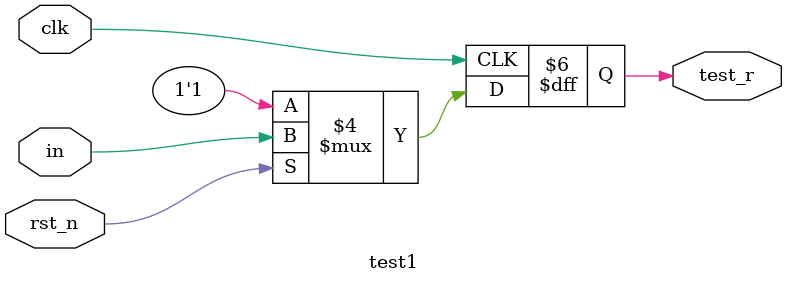
<source format=v>
module test1(
    input wire clk,
    input wire rst_n,
    input wire in,
    output reg test_r
    );
    always @(posedge clk) begin
        if(!rst_n) begin
        test_r <= 1;
        end
        else begin
        test_r <= in;
    end
end

endmodule

</source>
